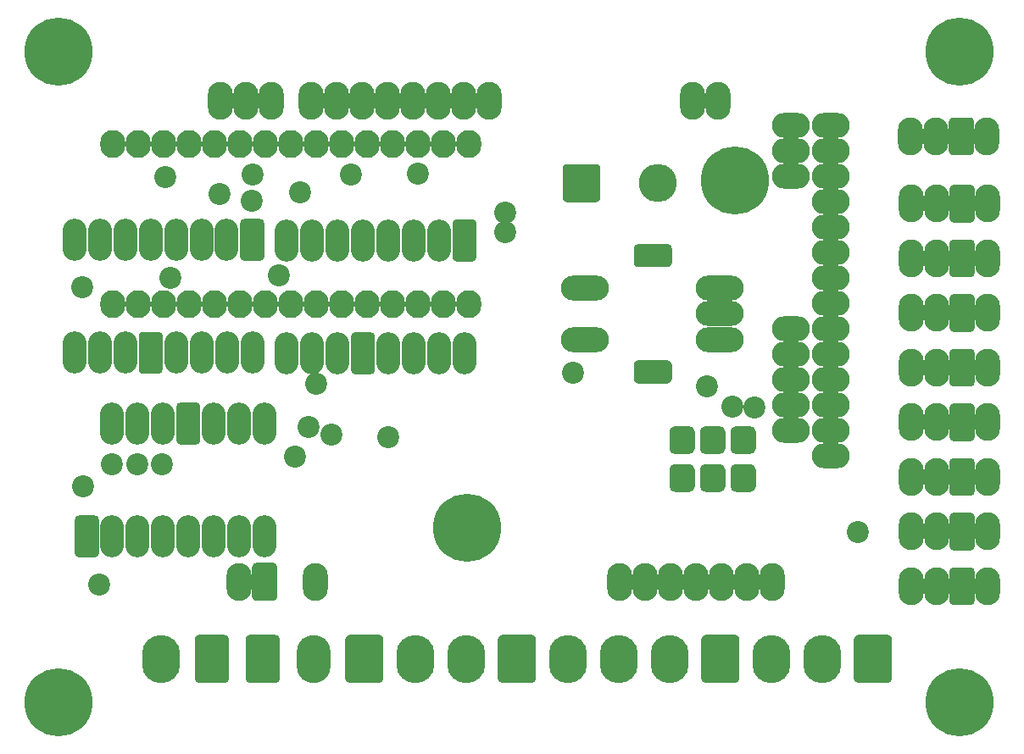
<source format=gbr>
%TF.GenerationSoftware,KiCad,Pcbnew,5.1.10*%
%TF.CreationDate,2021-09-04T21:06:35+02:00*%
%TF.ProjectId,Termostato-Diferencial-Mega,5465726d-6f73-4746-9174-6f2d44696665,rev?*%
%TF.SameCoordinates,PX9048090PY5896390*%
%TF.FileFunction,Soldermask,Bot*%
%TF.FilePolarity,Negative*%
%FSLAX46Y46*%
G04 Gerber Fmt 4.6, Leading zero omitted, Abs format (unit mm)*
G04 Created by KiCad (PCBNEW 5.1.10) date 2021-09-04 21:06:35*
%MOMM*%
%LPD*%
G01*
G04 APERTURE LIST*
%ADD10O,2.500000X3.800000*%
%ADD11O,4.800000X2.500000*%
%ADD12O,3.800000X2.500000*%
%ADD13O,2.500000X2.800000*%
%ADD14C,6.800000*%
%ADD15O,2.400000X4.200000*%
%ADD16O,3.800000X3.800000*%
%ADD17O,3.800000X4.800000*%
%ADD18O,3.400000X4.800000*%
%ADD19C,2.200000*%
G04 APERTURE END LIST*
D10*
%TO.C,RELE-3-4*%
X40186400Y-15458900D03*
X42726400Y-15458900D03*
G36*
G01*
X46116400Y-17358900D02*
X44416400Y-17358900D01*
G75*
G02*
X44016400Y-16958900I0J400000D01*
G01*
X44016400Y-13958900D01*
G75*
G02*
X44416400Y-13558900I400000J0D01*
G01*
X46116400Y-13558900D01*
G75*
G02*
X46516400Y-13958900I0J-400000D01*
G01*
X46516400Y-16958900D01*
G75*
G02*
X46116400Y-17358900I-400000J0D01*
G01*
G37*
X47806400Y-15458900D03*
%TD*%
%TO.C,RELE-1-2*%
X40186400Y-20919900D03*
X42726400Y-20919900D03*
G36*
G01*
X46116400Y-22819900D02*
X44416400Y-22819900D01*
G75*
G02*
X44016400Y-22419900I0J400000D01*
G01*
X44016400Y-19419900D01*
G75*
G02*
X44416400Y-19019900I400000J0D01*
G01*
X46116400Y-19019900D01*
G75*
G02*
X46516400Y-19419900I0J-400000D01*
G01*
X46516400Y-22419900D01*
G75*
G02*
X46116400Y-22819900I-400000J0D01*
G01*
G37*
X47806400Y-20919900D03*
%TD*%
%TO.C,PINS5*%
X-2008800Y27603500D03*
X-4548800Y27603500D03*
X-7088800Y27603500D03*
X-9628800Y27603500D03*
X-12168800Y27603500D03*
X-14708800Y27603500D03*
X-17248800Y27603500D03*
X-19788800Y27603500D03*
%TD*%
%TO.C,RELE-5-6*%
X40186400Y-9997900D03*
X42726400Y-9997900D03*
G36*
G01*
X46116400Y-11897900D02*
X44416400Y-11897900D01*
G75*
G02*
X44016400Y-11497900I0J400000D01*
G01*
X44016400Y-8497900D01*
G75*
G02*
X44416400Y-8097900I400000J0D01*
G01*
X46116400Y-8097900D01*
G75*
G02*
X46516400Y-8497900I0J-400000D01*
G01*
X46516400Y-11497900D01*
G75*
G02*
X46116400Y-11897900I-400000J0D01*
G01*
G37*
X47806400Y-9997900D03*
%TD*%
%TO.C,RKC1*%
G36*
G01*
X24105900Y-7720500D02*
X22688100Y-7720500D01*
G75*
G02*
X22122000Y-7154400I0J566100D01*
G01*
X22122000Y-5486600D01*
G75*
G02*
X22688100Y-4920500I566100J0D01*
G01*
X24105900Y-4920500D01*
G75*
G02*
X24672000Y-5486600I0J-566100D01*
G01*
X24672000Y-7154400D01*
G75*
G02*
X24105900Y-7720500I-566100J0D01*
G01*
G37*
G36*
G01*
X24105900Y-11505500D02*
X22688100Y-11505500D01*
G75*
G02*
X22122000Y-10939400I0J566100D01*
G01*
X22122000Y-9271600D01*
G75*
G02*
X22688100Y-8705500I566100J0D01*
G01*
X24105900Y-8705500D01*
G75*
G02*
X24672000Y-9271600I0J-566100D01*
G01*
X24672000Y-10939400D01*
G75*
G02*
X24105900Y-11505500I-566100J0D01*
G01*
G37*
%TD*%
%TO.C,RKC2*%
G36*
G01*
X21057900Y-7720500D02*
X19640100Y-7720500D01*
G75*
G02*
X19074000Y-7154400I0J566100D01*
G01*
X19074000Y-5486600D01*
G75*
G02*
X19640100Y-4920500I566100J0D01*
G01*
X21057900Y-4920500D01*
G75*
G02*
X21624000Y-5486600I0J-566100D01*
G01*
X21624000Y-7154400D01*
G75*
G02*
X21057900Y-7720500I-566100J0D01*
G01*
G37*
G36*
G01*
X21057900Y-11505500D02*
X19640100Y-11505500D01*
G75*
G02*
X19074000Y-10939400I0J566100D01*
G01*
X19074000Y-9271600D01*
G75*
G02*
X19640100Y-8705500I566100J0D01*
G01*
X21057900Y-8705500D01*
G75*
G02*
X21624000Y-9271600I0J-566100D01*
G01*
X21624000Y-10939400D01*
G75*
G02*
X21057900Y-11505500I-566100J0D01*
G01*
G37*
%TD*%
%TO.C,RKO1*%
G36*
G01*
X18009900Y-11505500D02*
X16592100Y-11505500D01*
G75*
G02*
X16026000Y-10939400I0J566100D01*
G01*
X16026000Y-9271600D01*
G75*
G02*
X16592100Y-8705500I566100J0D01*
G01*
X18009900Y-8705500D01*
G75*
G02*
X18576000Y-9271600I0J-566100D01*
G01*
X18576000Y-10939400D01*
G75*
G02*
X18009900Y-11505500I-566100J0D01*
G01*
G37*
G36*
G01*
X18009900Y-7720500D02*
X16592100Y-7720500D01*
G75*
G02*
X16026000Y-7154400I0J566100D01*
G01*
X16026000Y-5486600D01*
G75*
G02*
X16592100Y-4920500I566100J0D01*
G01*
X18009900Y-4920500D01*
G75*
G02*
X18576000Y-5486600I0J-566100D01*
G01*
X18576000Y-7154400D01*
G75*
G02*
X18009900Y-7720500I-566100J0D01*
G01*
G37*
%TD*%
D11*
%TO.C,SW1*%
X21036000Y3750100D03*
X21026000Y6300100D03*
X21026000Y8840100D03*
X7596000Y8840100D03*
X7596000Y3750100D03*
G36*
G01*
X16276000Y1250100D02*
X16276000Y-249900D01*
G75*
G02*
X15876000Y-649900I-400000J0D01*
G01*
X12876000Y-649900D01*
G75*
G02*
X12476000Y-249900I0J400000D01*
G01*
X12476000Y1250100D01*
G75*
G02*
X12876000Y1650100I400000J0D01*
G01*
X15876000Y1650100D01*
G75*
G02*
X16276000Y1250100I0J-400000D01*
G01*
G37*
G36*
G01*
X16276000Y12870100D02*
X16276000Y11370100D01*
G75*
G02*
X15876000Y10970100I-400000J0D01*
G01*
X12876000Y10970100D01*
G75*
G02*
X12476000Y11370100I0J400000D01*
G01*
X12476000Y12870100D01*
G75*
G02*
X12876000Y13270100I400000J0D01*
G01*
X15876000Y13270100D01*
G75*
G02*
X16276000Y12870100I0J-400000D01*
G01*
G37*
%TD*%
D10*
%TO.C,PINS3*%
X26291200Y-20481500D03*
X23751200Y-20481500D03*
X21211200Y-20481500D03*
X18671200Y-20481500D03*
X16131200Y-20481500D03*
X13591200Y-20481500D03*
X11051200Y-20481500D03*
%TD*%
%TO.C,PINS1*%
X-19308800Y-20481500D03*
G36*
G01*
X-25238800Y-18581500D02*
X-23538800Y-18581500D01*
G75*
G02*
X-23138800Y-18981500I0J-400000D01*
G01*
X-23138800Y-21981500D01*
G75*
G02*
X-23538800Y-22381500I-400000J0D01*
G01*
X-25238800Y-22381500D01*
G75*
G02*
X-25638800Y-21981500I0J400000D01*
G01*
X-25638800Y-18981500D01*
G75*
G02*
X-25238800Y-18581500I400000J0D01*
G01*
G37*
X-26928800Y-20481500D03*
%TD*%
%TO.C,RELE-7-8*%
X40186400Y-4536900D03*
X42726400Y-4536900D03*
G36*
G01*
X46116400Y-6436900D02*
X44416400Y-6436900D01*
G75*
G02*
X44016400Y-6036900I0J400000D01*
G01*
X44016400Y-3036900D01*
G75*
G02*
X44416400Y-2636900I400000J0D01*
G01*
X46116400Y-2636900D01*
G75*
G02*
X46516400Y-3036900I0J-400000D01*
G01*
X46516400Y-6036900D01*
G75*
G02*
X46116400Y-6436900I-400000J0D01*
G01*
G37*
X47806400Y-4536900D03*
%TD*%
%TO.C,RELE-9-10*%
X40186400Y924100D03*
X42726400Y924100D03*
G36*
G01*
X46116400Y-975900D02*
X44416400Y-975900D01*
G75*
G02*
X44016400Y-575900I0J400000D01*
G01*
X44016400Y2424100D01*
G75*
G02*
X44416400Y2824100I400000J0D01*
G01*
X46116400Y2824100D01*
G75*
G02*
X46516400Y2424100I0J-400000D01*
G01*
X46516400Y-575900D01*
G75*
G02*
X46116400Y-975900I-400000J0D01*
G01*
G37*
X47806400Y924100D03*
%TD*%
%TO.C,PANTALLA1*%
X47745400Y24037100D03*
G36*
G01*
X44355400Y25937100D02*
X46055400Y25937100D01*
G75*
G02*
X46455400Y25537100I0J-400000D01*
G01*
X46455400Y22537100D01*
G75*
G02*
X46055400Y22137100I-400000J0D01*
G01*
X44355400Y22137100D01*
G75*
G02*
X43955400Y22537100I0J400000D01*
G01*
X43955400Y25537100D01*
G75*
G02*
X44355400Y25937100I400000J0D01*
G01*
G37*
X42665400Y24037100D03*
X40125400Y24037100D03*
%TD*%
%TO.C,RELE-15-16*%
X40186400Y17307100D03*
X42726400Y17307100D03*
G36*
G01*
X46116400Y15407100D02*
X44416400Y15407100D01*
G75*
G02*
X44016400Y15807100I0J400000D01*
G01*
X44016400Y18807100D01*
G75*
G02*
X44416400Y19207100I400000J0D01*
G01*
X46116400Y19207100D01*
G75*
G02*
X46516400Y18807100I0J-400000D01*
G01*
X46516400Y15807100D01*
G75*
G02*
X46116400Y15407100I-400000J0D01*
G01*
G37*
X47806400Y17307100D03*
%TD*%
%TO.C,RELE-13-14*%
X40186400Y11846100D03*
X42726400Y11846100D03*
G36*
G01*
X46116400Y9946100D02*
X44416400Y9946100D01*
G75*
G02*
X44016400Y10346100I0J400000D01*
G01*
X44016400Y13346100D01*
G75*
G02*
X44416400Y13746100I400000J0D01*
G01*
X46116400Y13746100D01*
G75*
G02*
X46516400Y13346100I0J-400000D01*
G01*
X46516400Y10346100D01*
G75*
G02*
X46116400Y9946100I-400000J0D01*
G01*
G37*
X47806400Y11846100D03*
%TD*%
%TO.C,RELE-11-12*%
X40186400Y6385100D03*
X42726400Y6385100D03*
G36*
G01*
X46116400Y4485100D02*
X44416400Y4485100D01*
G75*
G02*
X44016400Y4885100I0J400000D01*
G01*
X44016400Y7885100D01*
G75*
G02*
X44416400Y8285100I400000J0D01*
G01*
X46116400Y8285100D01*
G75*
G02*
X46516400Y7885100I0J-400000D01*
G01*
X46516400Y4885100D01*
G75*
G02*
X46116400Y4485100I-400000J0D01*
G01*
G37*
X47806400Y6385100D03*
%TD*%
D12*
%TO.C,PIN10*%
X32110000Y-7910000D03*
X28170000Y-5370000D03*
X32110000Y-5370000D03*
X28170000Y-2830000D03*
X32110000Y-2830000D03*
X28170000Y-290000D03*
X32110000Y-290000D03*
X28170000Y2250000D03*
X32110000Y2250000D03*
X28170000Y4790000D03*
X32110000Y4790000D03*
X32110000Y7330000D03*
X32110000Y9870000D03*
X32110000Y12410000D03*
X32110000Y14950000D03*
X32110000Y17490000D03*
X32110000Y20030000D03*
X28170000Y22570000D03*
X32110000Y22570000D03*
X28170000Y25110000D03*
X32110000Y25110000D03*
X28170000Y20030000D03*
%TD*%
D10*
%TO.C,PINS6*%
X20861200Y27603500D03*
X18321200Y27603500D03*
%TD*%
D13*
%TO.C,P2*%
X-3978800Y7240500D03*
X-6518800Y7240500D03*
X-9058800Y7240500D03*
X-11598800Y7240500D03*
X-14138800Y7240500D03*
X-16678800Y7240500D03*
X-19218800Y7240500D03*
X-21758800Y7240500D03*
X-24298800Y7240500D03*
X-26838800Y7240500D03*
X-29378800Y7240500D03*
X-31918800Y7240500D03*
X-34458800Y7240500D03*
X-36998800Y7240500D03*
X-39538800Y7240500D03*
%TD*%
%TO.C,P1*%
X-3978800Y23242500D03*
X-6518800Y23242500D03*
X-9058800Y23242500D03*
X-11598800Y23242500D03*
X-14138800Y23242500D03*
X-16678800Y23242500D03*
X-19218800Y23242500D03*
X-21758800Y23242500D03*
X-24298800Y23242500D03*
X-26838800Y23242500D03*
X-29378800Y23242500D03*
X-31918800Y23242500D03*
X-34458800Y23242500D03*
X-36998800Y23242500D03*
X-39538800Y23242500D03*
%TD*%
D10*
%TO.C,PINS4*%
X-23718800Y27608500D03*
X-26258800Y27608500D03*
X-28798800Y27608500D03*
%TD*%
D14*
%TO.C,TORNILLO-1*%
X-44987200Y32490400D03*
%TD*%
D15*
%TO.C,U3*%
X-24375800Y-15948400D03*
X-26915800Y-15948400D03*
X-39625800Y-4658400D03*
X-29455800Y-15948400D03*
X-37085800Y-4658400D03*
X-31995800Y-15948400D03*
X-34545800Y-4658400D03*
X-34535800Y-15948400D03*
G36*
G01*
X-31205800Y-6758400D02*
X-32805800Y-6758400D01*
G75*
G02*
X-33205800Y-6358400I0J400000D01*
G01*
X-33205800Y-2958400D01*
G75*
G02*
X-32805800Y-2558400I400000J0D01*
G01*
X-31205800Y-2558400D01*
G75*
G02*
X-30805800Y-2958400I0J-400000D01*
G01*
X-30805800Y-6358400D01*
G75*
G02*
X-31205800Y-6758400I-400000J0D01*
G01*
G37*
X-37075800Y-15948400D03*
X-29465800Y-4658400D03*
X-39605800Y-15948400D03*
X-26925800Y-4658400D03*
G36*
G01*
X-41345800Y-18043400D02*
X-42945800Y-18043400D01*
G75*
G02*
X-43345800Y-17643400I0J400000D01*
G01*
X-43345800Y-14243400D01*
G75*
G02*
X-42945800Y-13843400I400000J0D01*
G01*
X-41345800Y-13843400D01*
G75*
G02*
X-40945800Y-14243400I0J-400000D01*
G01*
X-40945800Y-17643400D01*
G75*
G02*
X-41345800Y-18043400I-400000J0D01*
G01*
G37*
X-24385800Y-4658400D03*
%TD*%
%TO.C,U2*%
X-22190600Y2358900D03*
G36*
G01*
X-5230600Y15743900D02*
X-3630600Y15743900D01*
G75*
G02*
X-3230600Y15343900I0J-400000D01*
G01*
X-3230600Y11943900D01*
G75*
G02*
X-3630600Y11543900I-400000J0D01*
G01*
X-5230600Y11543900D01*
G75*
G02*
X-5630600Y11943900I0J400000D01*
G01*
X-5630600Y15343900D01*
G75*
G02*
X-5230600Y15743900I400000J0D01*
G01*
G37*
X-19650600Y2358900D03*
X-6970600Y13648900D03*
X-17110600Y2358900D03*
X-9500600Y13648900D03*
G36*
G01*
X-15370600Y4458900D02*
X-13770600Y4458900D01*
G75*
G02*
X-13370600Y4058900I0J-400000D01*
G01*
X-13370600Y658900D01*
G75*
G02*
X-13770600Y258900I-400000J0D01*
G01*
X-15370600Y258900D01*
G75*
G02*
X-15770600Y658900I0J400000D01*
G01*
X-15770600Y4058900D01*
G75*
G02*
X-15370600Y4458900I400000J0D01*
G01*
G37*
X-12040600Y13648900D03*
X-12030600Y2358900D03*
X-14580600Y13648900D03*
X-9490600Y2358900D03*
X-17120600Y13648900D03*
X-6950600Y2358900D03*
X-19660600Y13648900D03*
X-4410600Y2358900D03*
X-22200600Y13648900D03*
%TD*%
%TO.C,U1*%
X-43399600Y2409700D03*
G36*
G01*
X-26439600Y15794700D02*
X-24839600Y15794700D01*
G75*
G02*
X-24439600Y15394700I0J-400000D01*
G01*
X-24439600Y11994700D01*
G75*
G02*
X-24839600Y11594700I-400000J0D01*
G01*
X-26439600Y11594700D01*
G75*
G02*
X-26839600Y11994700I0J400000D01*
G01*
X-26839600Y15394700D01*
G75*
G02*
X-26439600Y15794700I400000J0D01*
G01*
G37*
X-40859600Y2409700D03*
X-28179600Y13699700D03*
X-38319600Y2409700D03*
X-30709600Y13699700D03*
G36*
G01*
X-36579600Y4509700D02*
X-34979600Y4509700D01*
G75*
G02*
X-34579600Y4109700I0J-400000D01*
G01*
X-34579600Y709700D01*
G75*
G02*
X-34979600Y309700I-400000J0D01*
G01*
X-36579600Y309700D01*
G75*
G02*
X-36979600Y709700I0J400000D01*
G01*
X-36979600Y4109700D01*
G75*
G02*
X-36579600Y4509700I400000J0D01*
G01*
G37*
X-33249600Y13699700D03*
X-33239600Y2409700D03*
X-35789600Y13699700D03*
X-30699600Y2409700D03*
X-38329600Y13699700D03*
X-28159600Y2409700D03*
X-40869600Y13699700D03*
X-25619600Y2409700D03*
X-43409600Y13699700D03*
%TD*%
%TO.C,SP1*%
G36*
G01*
X9162000Y20867000D02*
X9162000Y17867000D01*
G75*
G02*
X8762000Y17467000I-400000J0D01*
G01*
X5762000Y17467000D01*
G75*
G02*
X5362000Y17867000I0J400000D01*
G01*
X5362000Y20867000D01*
G75*
G02*
X5762000Y21267000I400000J0D01*
G01*
X8762000Y21267000D01*
G75*
G02*
X9162000Y20867000I0J-400000D01*
G01*
G37*
D16*
X14862000Y19367000D03*
%TD*%
D17*
%TO.C,J1*%
X-34747600Y-28185500D03*
G36*
G01*
X-27967600Y-26185500D02*
X-27967600Y-30185500D01*
G75*
G02*
X-28367600Y-30585500I-400000J0D01*
G01*
X-30967600Y-30585500D01*
G75*
G02*
X-31367600Y-30185500I0J400000D01*
G01*
X-31367600Y-26185500D01*
G75*
G02*
X-30967600Y-25785500I400000J0D01*
G01*
X-28367600Y-25785500D01*
G75*
G02*
X-27967600Y-26185500I0J-400000D01*
G01*
G37*
G36*
G01*
X-22887600Y-26185500D02*
X-22887600Y-30185500D01*
G75*
G02*
X-23287600Y-30585500I-400000J0D01*
G01*
X-25887600Y-30585500D01*
G75*
G02*
X-26287600Y-30185500I0J400000D01*
G01*
X-26287600Y-26185500D01*
G75*
G02*
X-25887600Y-25785500I400000J0D01*
G01*
X-23287600Y-25785500D01*
G75*
G02*
X-22887600Y-26185500I0J-400000D01*
G01*
G37*
D18*
X-19507600Y-28185500D03*
G36*
G01*
X-12527600Y-26185500D02*
X-12527600Y-30185500D01*
G75*
G02*
X-12927600Y-30585500I-400000J0D01*
G01*
X-15927600Y-30585500D01*
G75*
G02*
X-16327600Y-30185500I0J400000D01*
G01*
X-16327600Y-26185500D01*
G75*
G02*
X-15927600Y-25785500I400000J0D01*
G01*
X-12927600Y-25785500D01*
G75*
G02*
X-12527600Y-26185500I0J-400000D01*
G01*
G37*
D17*
X-9347600Y-28185500D03*
X-4267600Y-28185500D03*
G36*
G01*
X2712400Y-26185500D02*
X2712400Y-30185500D01*
G75*
G02*
X2312400Y-30585500I-400000J0D01*
G01*
X-687600Y-30585500D01*
G75*
G02*
X-1087600Y-30185500I0J400000D01*
G01*
X-1087600Y-26185500D01*
G75*
G02*
X-687600Y-25785500I400000J0D01*
G01*
X2312400Y-25785500D01*
G75*
G02*
X2712400Y-26185500I0J-400000D01*
G01*
G37*
X5892400Y-28185500D03*
X10972400Y-28185500D03*
X16052400Y-28185500D03*
G36*
G01*
X23032400Y-26185500D02*
X23032400Y-30185500D01*
G75*
G02*
X22632400Y-30585500I-400000J0D01*
G01*
X19632400Y-30585500D01*
G75*
G02*
X19232400Y-30185500I0J400000D01*
G01*
X19232400Y-26185500D01*
G75*
G02*
X19632400Y-25785500I400000J0D01*
G01*
X22632400Y-25785500D01*
G75*
G02*
X23032400Y-26185500I0J-400000D01*
G01*
G37*
X26212400Y-28185500D03*
X31292400Y-28185500D03*
G36*
G01*
X38272400Y-26185500D02*
X38272400Y-30185500D01*
G75*
G02*
X37872400Y-30585500I-400000J0D01*
G01*
X34872400Y-30585500D01*
G75*
G02*
X34472400Y-30185500I0J400000D01*
G01*
X34472400Y-26185500D01*
G75*
G02*
X34872400Y-25785500I400000J0D01*
G01*
X37872400Y-25785500D01*
G75*
G02*
X38272400Y-26185500I0J-400000D01*
G01*
G37*
%TD*%
D14*
%TO.C,TORNILLO-5*%
X-44987200Y-32490400D03*
%TD*%
%TO.C,TORNILLO-6*%
X44987200Y-32490400D03*
%TD*%
%TO.C,TORNILLO-4*%
X-4166000Y-15052400D03*
%TD*%
%TO.C,TORNILLO-2*%
X44987200Y32490400D03*
%TD*%
%TO.C,TORNILLO-3*%
X22549000Y19675000D03*
%TD*%
D19*
X24540000Y-3040000D03*
X-39624000Y-8736600D03*
X-21349000Y-7967000D03*
X-40891000Y-20742000D03*
X-12030000Y-6020000D03*
X-25640000Y17630000D03*
X-384000Y14460000D03*
X-42487000Y-10919000D03*
X34870000Y-15530000D03*
X-28870000Y18270000D03*
X-19260000Y-650000D03*
X-384000Y16420000D03*
X-22930000Y10120000D03*
X-25562800Y20220000D03*
X-15740000Y20220000D03*
X-34340000Y19990000D03*
X-20850000Y18490000D03*
X-33780000Y9920000D03*
X-9060000Y20310000D03*
X19810000Y-900000D03*
X6420000Y420000D03*
X22330000Y-2960000D03*
X-42600000Y8990000D03*
X-37086000Y-8747000D03*
X-17710000Y-5786000D03*
X-20040000Y-5010000D03*
X-34650000Y-8758000D03*
M02*

</source>
